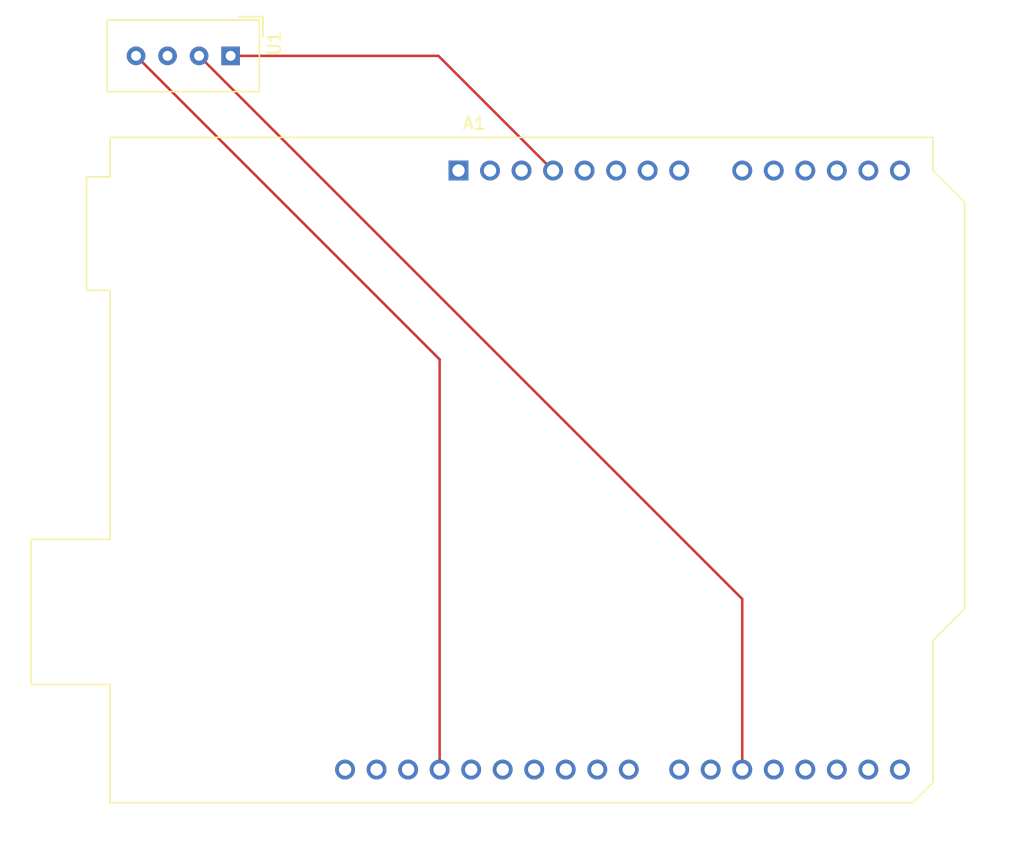
<source format=kicad_pcb>
(kicad_pcb (version 20240108) (generator "pcbnew") (generator_version "8.0")
  (layers (0 "F.Cu" signal) (31 "B.Cu" signal) (34 "B.Paste" user) (35 "F.Paste" user) (36 "B.SilkS" user "B.Silkscreen") (37 "F.SilkS" user "F.Silkscreen") (38 "B.Mask" user) (39 "F.Mask" user) (44 "Edge.Cuts" user))
  (net 0 "")
  (net 1 "Net-(A1-3V3)")
  (net 3 "Net-(A1-D5)")
  (net 4 "Net-(U1-GND)")
  (footprint "Sensor:Aosong_DHT11_5.5x12.0_P2.54mm" (layer "F.Cu") (at 118.08 48 -90)
    (property "Reference" "U1" (at -1 -3.5 90) (layer "F.SilkS"))
    (property "Value" "DHT11")
    (fp_line (start -2.88 9.94) (end -2.88 -2.31) (stroke (width 0.12)) (layer "F.SilkS"))
    (fp_line (start 2.88 9.94) (end -2.88 9.94) (stroke (width 0.12)) (layer "F.SilkS"))
    (fp_line (start -2.87 -2.32) (end 2.87 -2.32) (stroke (width 0.12)) (layer "F.SilkS"))
    (fp_line (start 2.88 -2.32) (end 2.88 9.94) (stroke (width 0.12)) (layer "F.SilkS"))
    (fp_line (start -3.16 -2.6) (end -3.16 -0.6) (stroke (width 0.12)) (layer "F.SilkS"))
    (fp_line (start -3.16 -2.6) (end -1.55 -2.6) (stroke (width 0.12)) (layer "F.SilkS"))
    (pad "1" thru_hole rect (at 0 0 270) (size 1.5 1.5) (drill 0.8) (layers "*.Cu" "*.Mask") (net 1 "Net-(A1-3V3)"))
    (pad "2" thru_hole circle (at 0 2.54 270) (size 1.5 1.5) (drill 0.8) (layers "*.Cu" "*.Mask") (net 3 "Net-(A1-D5)"))
    (pad "3" thru_hole circle (at 0 5.08 270) (size 1.5 1.5) (drill 0.8) (layers "*.Cu" "*.Mask"))
    (pad "4" thru_hole circle (at 0 7.62 270) (size 1.5 1.5) (drill 0.8) (layers "*.Cu" "*.Mask") (net 4 "Net-(U1-GND)"))
  )
  (footprint "Module:Arduino_UNO_R3" (layer "F.Cu") (at 136.44 57.24)
    (property "Reference" "A1" (at 1.27 -3.81 180) (layer "F.SilkS"))
    (property "Value" "Arduino_UNO_R3")
    (fp_line (start -34.42 29.72) (end -34.42 41.4) (stroke (width 0.12)) (layer "F.SilkS"))
    (fp_line (start -34.42 41.4) (end -28.07 41.4) (stroke (width 0.12)) (layer "F.SilkS"))
    (fp_line (start -29.97 0.51) (end -29.97 9.65) (stroke (width 0.12)) (layer "F.SilkS"))
    (fp_line (start -29.97 9.65) (end -28.07 9.65) (stroke (width 0.12)) (layer "F.SilkS"))
    (fp_line (start -28.07 -2.67) (end -28.07 0.51) (stroke (width 0.12)) (layer "F.SilkS"))
    (fp_line (start -28.07 0.51) (end -29.97 0.51) (stroke (width 0.12)) (layer "F.SilkS"))
    (fp_line (start -28.07 9.65) (end -28.07 29.72) (stroke (width 0.12)) (layer "F.SilkS"))
    (fp_line (start -28.07 29.72) (end -34.42 29.72) (stroke (width 0.12)) (layer "F.SilkS"))
    (fp_line (start -28.07 41.4) (end -28.07 50.93) (stroke (width 0.12)) (layer "F.SilkS"))
    (fp_line (start -28.07 50.93) (end 36.58 50.93) (stroke (width 0.12)) (layer "F.SilkS"))
    (fp_line (start 36.58 50.93) (end 38.23 49.28) (stroke (width 0.12)) (layer "F.SilkS"))
    (fp_line (start 38.23 -2.67) (end -28.07 -2.67) (stroke (width 0.12)) (layer "F.SilkS"))
    (fp_line (start 38.23 0) (end 38.23 -2.67) (stroke (width 0.12)) (layer "F.SilkS"))
    (fp_line (start 38.23 37.85) (end 40.77 35.31) (stroke (width 0.12)) (layer "F.SilkS"))
    (fp_line (start 38.23 49.28) (end 38.23 37.85) (stroke (width 0.12)) (layer "F.SilkS"))
    (fp_line (start 40.77 2.54) (end 38.23 0) (stroke (width 0.12)) (layer "F.SilkS"))
    (fp_line (start 40.77 35.31) (end 40.77 2.54) (stroke (width 0.12)) (layer "F.SilkS"))
    (pad "1" thru_hole rect (at 0 0 90) (size 1.6 1.6) (drill 1) (layers "*.Cu" "*.Mask"))
    (pad "2" thru_hole oval (at 2.54 0 90) (size 1.6 1.6) (drill 1) (layers "*.Cu" "*.Mask"))
    (pad "3" thru_hole oval (at 5.08 0 90) (size 1.6 1.6) (drill 1) (layers "*.Cu" "*.Mask"))
    (pad "4" thru_hole oval (at 7.62 0 90) (size 1.6 1.6) (drill 1) (layers "*.Cu" "*.Mask") (net 1 "Net-(A1-3V3)"))
    (pad "5" thru_hole oval (at 10.16 0 90) (size 1.6 1.6) (drill 1) (layers "*.Cu" "*.Mask"))
    (pad "6" thru_hole oval (at 12.7 0 90) (size 1.6 1.6) (drill 1) (layers "*.Cu" "*.Mask"))
    (pad "7" thru_hole oval (at 15.24 0 90) (size 1.6 1.6) (drill 1) (layers "*.Cu" "*.Mask"))
    (pad "8" thru_hole oval (at 17.78 0 90) (size 1.6 1.6) (drill 1) (layers "*.Cu" "*.Mask"))
    (pad "9" thru_hole oval (at 22.86 0 90) (size 1.6 1.6) (drill 1) (layers "*.Cu" "*.Mask"))
    (pad "10" thru_hole oval (at 25.4 0 90) (size 1.6 1.6) (drill 1) (layers "*.Cu" "*.Mask"))
    (pad "11" thru_hole oval (at 27.94 0 90) (size 1.6 1.6) (drill 1) (layers "*.Cu" "*.Mask"))
    (pad "12" thru_hole oval (at 30.48 0 90) (size 1.6 1.6) (drill 1) (layers "*.Cu" "*.Mask"))
    (pad "13" thru_hole oval (at 33.02 0 90) (size 1.6 1.6) (drill 1) (layers "*.Cu" "*.Mask"))
    (pad "14" thru_hole oval (at 35.56 0 90) (size 1.6 1.6) (drill 1) (layers "*.Cu" "*.Mask"))
    (pad "15" thru_hole oval (at 35.56 48.26 90) (size 1.6 1.6) (drill 1) (layers "*.Cu" "*.Mask"))
    (pad "16" thru_hole oval (at 33.02 48.26 90) (size 1.6 1.6) (drill 1) (layers "*.Cu" "*.Mask"))
    (pad "17" thru_hole oval (at 30.48 48.26 90) (size 1.6 1.6) (drill 1) (layers "*.Cu" "*.Mask"))
    (pad "18" thru_hole oval (at 27.94 48.26 90) (size 1.6 1.6) (drill 1) (layers "*.Cu" "*.Mask"))
    (pad "19" thru_hole oval (at 25.4 48.26 90) (size 1.6 1.6) (drill 1) (layers "*.Cu" "*.Mask"))
    (pad "20" thru_hole oval (at 22.86 48.26 90) (size 1.6 1.6) (drill 1) (layers "*.Cu" "*.Mask") (net 3 "Net-(A1-D5)"))
    (pad "21" thru_hole oval (at 20.32 48.26 90) (size 1.6 1.6) (drill 1) (layers "*.Cu" "*.Mask"))
    (pad "22" thru_hole oval (at 17.78 48.26 90) (size 1.6 1.6) (drill 1) (layers "*.Cu" "*.Mask"))
    (pad "23" thru_hole oval (at 13.72 48.26 90) (size 1.6 1.6) (drill 1) (layers "*.Cu" "*.Mask"))
    (pad "24" thru_hole oval (at 11.18 48.26 90) (size 1.6 1.6) (drill 1) (layers "*.Cu" "*.Mask"))
    (pad "25" thru_hole oval (at 8.64 48.26 90) (size 1.6 1.6) (drill 1) (layers "*.Cu" "*.Mask"))
    (pad "26" thru_hole oval (at 6.1 48.26 90) (size 1.6 1.6) (drill 1) (layers "*.Cu" "*.Mask"))
    (pad "27" thru_hole oval (at 3.56 48.26 90) (size 1.6 1.6) (drill 1) (layers "*.Cu" "*.Mask"))
    (pad "28" thru_hole oval (at 1.02 48.26 90) (size 1.6 1.6) (drill 1) (layers "*.Cu" "*.Mask"))
    (pad "29" thru_hole oval (at -1.52 48.26 90) (size 1.6 1.6) (drill 1) (layers "*.Cu" "*.Mask") (net 4 "Net-(U1-GND)"))
    (pad "30" thru_hole oval (at -4.06 48.26 90) (size 1.6 1.6) (drill 1) (layers "*.Cu" "*.Mask"))
    (pad "31" thru_hole oval (at -6.6 48.26 90) (size 1.6 1.6) (drill 1) (layers "*.Cu" "*.Mask"))
    (pad "32" thru_hole oval (at -9.14 48.26 90) (size 1.6 1.6) (drill 1) (layers "*.Cu" "*.Mask"))
  )
  (segment (start 134.82 48) (end 144.06 57.24) (width 0.2) (layer "F.Cu") (net 1))
  (segment (start 118.08 48) (end 134.82 48) (width 0.2) (layer "F.Cu") (net 1))
  (segment (start 115.54 48) (end 159.3 91.76) (width 0.2) (layer "F.Cu") (net 3))
  (segment (start 159.3 91.76) (end 159.3 105.5) (width 0.2) (layer "F.Cu") (net 3))
  (segment (start 134.92 72.46) (end 134.92 105.5) (width 0.2) (layer "F.Cu") (net 4))
  (segment (start 110.46 48) (end 134.92 72.46) (width 0.2) (layer "F.Cu") (net 4))
)
</source>
